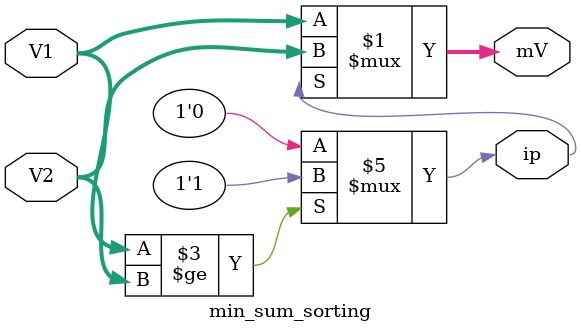
<source format=v>
`timescale 1ns / 1ps

module min_sum_sorting(V1,V2,mV,ip);

parameter nob = 4;

input [nob:0] V1, V2;
output [nob:0] mV;
output ip;
reg ip;
assign mV = ip? V2:V1;
always @(V1, V2)
begin
if (V1 >= V2)
ip = 1;
else
ip = 0;
end
endmodule

</source>
